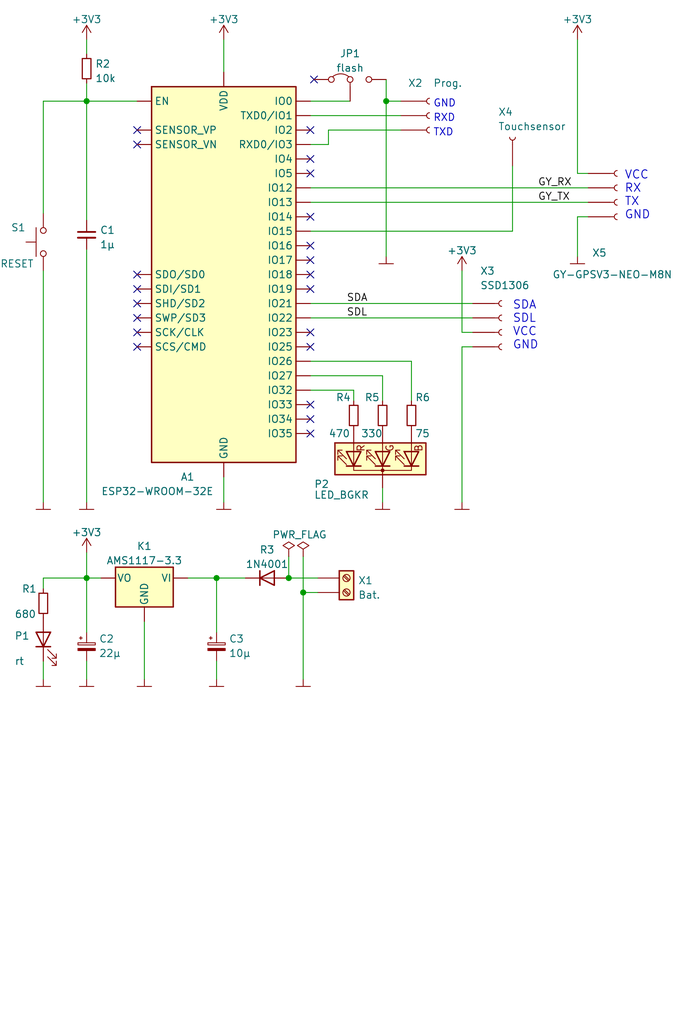
<source format=kicad_sch>
(kicad_sch (version 20211123) (generator eeschema)
  (paper "User" 119.99 180.01)
  (title_block (title "DGPS") (date "2022-10-28") (rev "0.1") (company "DM6RAC"))
  (lib_symbols
    (symbol "Conn_01x04_Female_1" (pin_numbers hide) (pin_names (offset 1.016) hide)
      (property "Reference" "J" (at 0 5.08 0))
      (property "Value" "Conn_01x04_Female_1" (at 0 -7.62 0))
      (symbol "Conn_01x04_Female_1_1_1"
        (arc (start 0 -4.572) (mid -0.508 -5.08) (end 0 -5.588) (stroke (width 0.1524)))
        (arc (start 0 -2.032) (mid -0.508 -2.54) (end 0 -3.048) (stroke (width 0.1524)))
        (polyline (pts (xy -1.27 -5.08) (xy -0.508 -5.08)) (stroke (width 0.1524)))
        (polyline (pts (xy -1.27 -2.54) (xy -0.508 -2.54)) (stroke (width 0.1524)))
        (polyline (pts (xy -1.27 0) (xy -0.508 0)) (stroke (width 0.1524)))
        (polyline (pts (xy -1.27 2.54) (xy -0.508 2.54)) (stroke (width 0.1524)))
        (arc (start 0 0.508) (mid -0.508 0) (end 0 -0.508) (stroke (width 0.1524)))
        (arc (start 0 3.048) (mid -0.508 2.54) (end 0 2.032) (stroke (width 0.1524)))
        (pin passive line (at -5.08 2.54 0) (length 3.81) (name "Pin_1") (number "1"))
        (pin passive line (at -5.08 0 0) (length 3.81) (name "Pin_2") (number "2"))
        (pin passive line (at -5.08 -2.54 0) (length 3.81) (name "Pin_3") (number "3"))
        (pin passive line (at -5.08 -5.08 0) (length 3.81) (name "Pin_4") (number "4"))
      )
    )
    (symbol "Connector:Conn_01x01_Female" (pin_numbers hide) (pin_names (offset 1.016) hide)
      (property "Reference" "J" (at 0 2.54 0))
      (property "Value" "Conn_01x01_Female" (at 0 -2.54 0))
      (symbol "Conn_01x01_Female_1_1"
        (polyline (pts (xy -1.27 0) (xy -0.508 0)) (stroke (width 0.1524)))
        (arc (start 0 0.508) (mid -0.508 0) (end 0 -0.508) (stroke (width 0.1524)))
        (pin passive line (at -5.08 0 0) (length 3.81) (name "Pin_1") (number "1"))
      )
    )
    (symbol "Connector:Conn_01x03_Female" (pin_numbers hide) (pin_names (offset 1.016) hide)
      (property "Reference" "J" (at 0 5.08 0))
      (property "Value" "Conn_01x03_Female" (at 0 -5.08 0))
      (symbol "Conn_01x03_Female_1_1"
        (arc (start 0 -2.032) (mid -0.508 -2.54) (end 0 -3.048) (stroke (width 0.1524)))
        (polyline (pts (xy -1.27 -2.54) (xy -0.508 -2.54)) (stroke (width 0.1524)))
        (polyline (pts (xy -1.27 0) (xy -0.508 0)) (stroke (width 0.1524)))
        (polyline (pts (xy -1.27 2.54) (xy -0.508 2.54)) (stroke (width 0.1524)))
        (arc (start 0 0.508) (mid -0.508 0) (end 0 -0.508) (stroke (width 0.1524)))
        (arc (start 0 3.048) (mid -0.508 2.54) (end 0 2.032) (stroke (width 0.1524)))
        (pin passive line (at -5.08 2.54 0) (length 3.81) (name "Pin_1") (number "1"))
        (pin passive line (at -5.08 0 0) (length 3.81) (name "Pin_2") (number "2"))
        (pin passive line (at -5.08 -2.54 0) (length 3.81) (name "Pin_3") (number "3"))
      )
    )
    (symbol "Connector:Conn_01x04_Female" (pin_numbers hide) (pin_names (offset 1.016) hide)
      (property "Reference" "J" (at 0 5.08 0))
      (property "Value" "Conn_01x04_Female" (at 0 -7.62 0))
      (symbol "Conn_01x04_Female_1_1"
        (arc (start 0 -4.572) (mid -0.508 -5.08) (end 0 -5.588) (stroke (width 0.1524)))
        (arc (start 0 -2.032) (mid -0.508 -2.54) (end 0 -3.048) (stroke (width 0.1524)))
        (polyline (pts (xy -1.27 -5.08) (xy -0.508 -5.08)) (stroke (width 0.1524)))
        (polyline (pts (xy -1.27 -2.54) (xy -0.508 -2.54)) (stroke (width 0.1524)))
        (polyline (pts (xy -1.27 0) (xy -0.508 0)) (stroke (width 0.1524)))
        (polyline (pts (xy -1.27 2.54) (xy -0.508 2.54)) (stroke (width 0.1524)))
        (arc (start 0 0.508) (mid -0.508 0) (end 0 -0.508) (stroke (width 0.1524)))
        (arc (start 0 3.048) (mid -0.508 2.54) (end 0 2.032) (stroke (width 0.1524)))
        (pin passive line (at -5.08 2.54 0) (length 3.81) (name "Pin_1") (number "1"))
        (pin passive line (at -5.08 0 0) (length 3.81) (name "Pin_2") (number "2"))
        (pin passive line (at -5.08 -2.54 0) (length 3.81) (name "Pin_3") (number "3"))
        (pin passive line (at -5.08 -5.08 0) (length 3.81) (name "Pin_4") (number "4"))
      )
    )
    (symbol "Connector:Screw_Terminal_01x02" (pin_numbers hide) (pin_names (offset 1.016) hide)
      (property "Reference" "J" (at 0 2.54 0))
      (property "Value" "Screw_Terminal_01x02" (at 0 -5.08 0))
      (symbol "Screw_Terminal_01x02_1_1"
        (rectangle (start -1.27 1.27) (end 1.27 -3.81) (stroke (width 0.254)) (fill (type background)))
        (circle (center 0 -2.54) (radius 0.635) (stroke (width 0.1524)))
        (polyline (pts (xy -0.5334 -2.2098) (xy 0.3302 -3.048)) (stroke (width 0.1524)))
        (polyline (pts (xy -0.5334 0.3302) (xy 0.3302 -0.508)) (stroke (width 0.1524)))
        (polyline (pts (xy -0.3556 -2.032) (xy 0.508 -2.8702)) (stroke (width 0.1524)))
        (polyline (pts (xy -0.3556 0.508) (xy 0.508 -0.3302)) (stroke (width 0.1524)))
        (circle (center 0 0) (radius 0.635) (stroke (width 0.1524)))
        (pin passive line (at -5.08 0 0) (length 3.81) (name "Pin_1") (number "1"))
        (pin passive line (at -5.08 -2.54 0) (length 3.81) (name "Pin_2") (number "2"))
      )
    )
    (symbol "Device:C_Polarized_Small" (pin_numbers hide) (pin_names (offset 0.254) hide)
      (property "Reference" "C" (at 0.254 1.778 0))
      (property "Value" "C_Polarized_Small" (at 0.254 -2.032 0))
      (symbol "C_Polarized_Small_0_1"
        (rectangle (start -1.524 -0.3048) (end 1.524 -0.6858) (fill (type outline)))
        (rectangle (start -1.524 0.6858) (end 1.524 0.3048))
        (polyline (pts (xy -1.27 1.524) (xy -0.762 1.524)))
        (polyline (pts (xy -1.016 1.27) (xy -1.016 1.778)))
      )
      (symbol "C_Polarized_Small_1_1"
        (pin passive line (at 0 2.54 270) (length 1.8542) (name "~") (number "1"))
        (pin passive line (at 0 -2.54 90) (length 1.8542) (name "~") (number "2"))
      )
    )
    (symbol "Device:C_Small" (pin_numbers hide) (pin_names (offset 0.254) hide)
      (property "Reference" "C" (at 0.254 1.778 0))
      (property "Value" "C_Small" (at 0.254 -2.032 0))
      (symbol "C_Small_0_1"
        (polyline (pts (xy -1.524 -0.508) (xy 1.524 -0.508)) (stroke (width 0.3302)))
        (polyline (pts (xy -1.524 0.508) (xy 1.524 0.508)) (stroke (width 0.3048)))
      )
      (symbol "C_Small_1_1"
        (pin passive line (at 0 2.54 270) (length 2.032) (name "~") (number "1"))
        (pin passive line (at 0 -2.54 90) (length 2.032) (name "~") (number "2"))
      )
    )
    (symbol "Device:LED" (pin_numbers hide) (pin_names (offset 1.016) hide)
      (property "Reference" "P" (at 0 2.54 0))
      (property "Value" "LED" (at 0 -2.54 0))
      (symbol "LED_0_1"
        (polyline (pts (xy -1.27 -1.27) (xy -1.27 1.27)) (stroke (width 0.254)))
        (polyline (pts (xy -1.27 0) (xy 1.27 0)))
        (polyline (pts (xy 1.27 -1.27) (xy 1.27 1.27) (xy -1.27 0) (xy 1.27 -1.27)) (stroke (width 0.254)))
        (polyline (pts (xy -3.048 -0.762) (xy -4.572 -2.286) (xy -3.81 -2.286) (xy -4.572 -2.286) (xy -4.572 -1.524)))
        (polyline (pts (xy -1.778 -0.762) (xy -3.302 -2.286) (xy -2.54 -2.286) (xy -3.302 -2.286) (xy -3.302 -1.524)))
      )
      (symbol "LED_1_1"
        (pin passive line (at -3.81 0 0) (length 2.54) (name "K") (number "1"))
        (pin passive line (at 3.81 0 180) (length 2.54) (name "A") (number "2"))
      )
    )
    (symbol "Device:LED_BGKR" (pin_numbers hide) (pin_names (offset 0) hide)
      (property "Reference" "D" (at 0 9.398 0))
      (property "Value" "LED_BGKR" (at 0 -8.89 0))
      (symbol "LED_BGKR_0_0"
        (text "B" (at 1.905 -6.35 0) (effects (font (size 1.27 1.27))))
        (text "G" (at 1.905 -1.27 0) (effects (font (size 1.27 1.27))))
        (text "R" (at 1.905 3.81 0) (effects (font (size 1.27 1.27))))
      )
      (symbol "LED_BGKR_0_1"
        (circle (center -2.032 0) (radius 0.254) (fill (type outline)))
        (polyline (pts (xy -1.27 -5.08) (xy 1.27 -5.08)))
        (polyline (pts (xy -1.27 -3.81) (xy -1.27 -6.35)) (stroke (width 0.254)))
        (polyline (pts (xy -1.27 0) (xy -2.54 0)))
        (polyline (pts (xy -1.27 1.27) (xy -1.27 -1.27)) (stroke (width 0.254)))
        (polyline (pts (xy -1.27 5.08) (xy 1.27 5.08)))
        (polyline (pts (xy -1.27 6.35) (xy -1.27 3.81)) (stroke (width 0.254)))
        (polyline (pts (xy 1.27 -5.08) (xy 2.54 -5.08)))
        (polyline (pts (xy 1.27 0) (xy -1.27 0)))
        (polyline (pts (xy 1.27 0) (xy 2.54 0)))
        (polyline (pts (xy 1.27 5.08) (xy 2.54 5.08)))
        (polyline (pts (xy -1.27 1.27) (xy -1.27 -1.27) (xy -1.27 -1.27)))
        (polyline (pts (xy -1.27 6.35) (xy -1.27 3.81) (xy -1.27 3.81)))
        (polyline (pts (xy -1.27 5.08) (xy -2.032 5.08) (xy -2.032 -5.08) (xy -1.016 -5.08)))
        (polyline (pts (xy 1.27 -3.81) (xy 1.27 -6.35) (xy -1.27 -5.08) (xy 1.27 -3.81)) (stroke (width 0.254)))
        (polyline (pts (xy 1.27 1.27) (xy 1.27 -1.27) (xy -1.27 0) (xy 1.27 1.27)) (stroke (width 0.254)))
        (polyline (pts (xy 1.27 6.35) (xy 1.27 3.81) (xy -1.27 5.08) (xy 1.27 6.35)) (stroke (width 0.254)))
        (polyline (pts (xy -1.016 -3.81) (xy 0.508 -2.286) (xy -0.254 -2.286) (xy 0.508 -2.286) (xy 0.508 -3.048)))
        (polyline (pts (xy -1.016 1.27) (xy 0.508 2.794) (xy -0.254 2.794) (xy 0.508 2.794) (xy 0.508 2.032)))
        (polyline (pts (xy -1.016 6.35) (xy 0.508 7.874) (xy -0.254 7.874) (xy 0.508 7.874) (xy 0.508 7.112)))
        (polyline (pts (xy 0 -3.81) (xy 1.524 -2.286) (xy 0.762 -2.286) (xy 1.524 -2.286) (xy 1.524 -3.048)))
        (polyline (pts (xy 0 1.27) (xy 1.524 2.794) (xy 0.762 2.794) (xy 1.524 2.794) (xy 1.524 2.032)))
        (polyline (pts (xy 0 6.35) (xy 1.524 7.874) (xy 0.762 7.874) (xy 1.524 7.874) (xy 1.524 7.112)))
        (rectangle (start 1.27 -1.27) (end 1.27 1.27))
        (rectangle (start 1.27 1.27) (end 1.27 1.27))
        (rectangle (start 1.27 3.81) (end 1.27 6.35))
        (rectangle (start 1.27 6.35) (end 1.27 6.35))
        (rectangle (start 2.794 8.382) (end -2.794 -7.62) (stroke (width 0.254)) (fill (type background)))
      )
      (symbol "LED_BGKR_1_1"
        (pin passive line (at 5.08 -5.08 180) (length 2.54) (name "BA") (number "1"))
        (pin passive line (at 5.08 0 180) (length 2.54) (name "GA") (number "2"))
        (pin passive line (at -5.08 0 0) (length 2.54) (name "K") (number "3"))
        (pin passive line (at 5.08 5.08 180) (length 2.54) (name "RA") (number "4"))
      )
    )
    (symbol "Device:R_Small" (pin_numbers hide) (pin_names (offset 0.254) hide)
      (property "Reference" "R" (at -2.54 1.143 0))
      (property "Value" "R_Small" (at 0.762 -1.016 0))
      (symbol "R_Small_0_1"
        (rectangle (start -0.762 1.778) (end 0.762 -1.778) (stroke (width 0.2032)))
      )
      (symbol "R_Small_1_1"
        (pin passive line (at 0 2.54 270) (length 0.762) (name "~") (number "1"))
        (pin passive line (at 0 -2.54 90) (length 0.762) (name "~") (number "2"))
      )
    )
    (symbol "Diode:1N4001" (pin_numbers hide) (pin_names (offset 1.016) hide)
      (property "Reference" "D" (at 0 2.54 0))
      (property "Value" "1N4001" (at 0 -2.54 0))
      (symbol "1N4001_0_1"
        (polyline (pts (xy -1.27 1.27) (xy -1.27 -1.27)) (stroke (width 0.254)))
        (polyline (pts (xy 1.27 0) (xy -1.27 0)))
        (polyline (pts (xy 1.27 1.27) (xy 1.27 -1.27) (xy -1.27 0) (xy 1.27 1.27)) (stroke (width 0.254)))
      )
      (symbol "1N4001_1_1"
        (pin passive line (at -3.81 0 0) (length 2.54) (name "K") (number "1"))
        (pin passive line (at 3.81 0 180) (length 2.54) (name "A") (number "2"))
      )
    )
    (symbol "Jumper:Jumper_3_Bridged12" (pin_numbers hide) (pin_names (offset 0) hide)
      (property "Reference" "JP" (at -2.54 -2.54 0))
      (property "Value" "Jumper_3_Bridged12" (at 0 2.794 0))
      (symbol "Jumper_3_Bridged12_0_0"
        (circle (center -3.302 0) (radius 0.508))
        (circle (center 0 0) (radius 0.508))
        (circle (center 3.302 0) (radius 0.508))
      )
      (symbol "Jumper_3_Bridged12_0_1"
        (arc (start -0.254 0.508) (mid -1.651 0.9912) (end -3.048 0.508))
        (polyline (pts (xy 0 -1.27) (xy 0 -0.508)))
      )
      (symbol "Jumper_3_Bridged12_1_1"
        (pin passive line (at -6.35 0 0) (length 2.54) (name "A") (number "1"))
        (pin passive line (at 0 -3.81 90) (length 2.54) (name "C") (number "2"))
        (pin passive line (at 6.35 0 180) (length 2.54) (name "B") (number "3"))
      )
    )
    (symbol "RF_Module:ESP32-WROOM-32" (pin_numbers hide)
      (property "Reference" "U" (at -12.7 34.29 0))
      (property "Value" "ESP32-WROOM-32" (at 1.27 34.29 0))
      (symbol "ESP32-WROOM-32_0_1"
        (rectangle (start -12.7 33.02) (end 12.7 -33.02) (stroke (width 0.254)) (fill (type background)))
      )
      (symbol "ESP32-WROOM-32_1_1"
        (pin power_in line (at 0 -35.56 90) (length 2.54) (name "GND") (number "1"))
        (pin bidirectional line (at 15.24 -12.7 180) (length 2.54) (name "IO25") (number "10"))
        (pin bidirectional line (at 15.24 -15.24 180) (length 2.54) (name "IO26") (number "11"))
        (pin bidirectional line (at 15.24 -17.78 180) (length 2.54) (name "IO27") (number "12"))
        (pin bidirectional line (at 15.24 10.16 180) (length 2.54) (name "IO14") (number "13"))
        (pin bidirectional line (at 15.24 15.24 180) (length 2.54) (name "IO12") (number "14"))
        (pin passive line (at 0 -35.56 90) (length 2.54) hide (name "GND") (number "15"))
        (pin bidirectional line (at 15.24 12.7 180) (length 2.54) (name "IO13") (number "16"))
        (pin bidirectional line (at -15.24 -5.08 0) (length 2.54) (name "SHD/SD2") (number "17"))
        (pin bidirectional line (at -15.24 -7.62 0) (length 2.54) (name "SWP/SD3") (number "18"))
        (pin bidirectional line (at -15.24 -12.7 0) (length 2.54) (name "SCS/CMD") (number "19"))
        (pin power_in line (at 0 35.56 270) (length 2.54) (name "VDD") (number "2"))
        (pin bidirectional line (at -15.24 -10.16 0) (length 2.54) (name "SCK/CLK") (number "20"))
        (pin bidirectional line (at -15.24 0 0) (length 2.54) (name "SDO/SD0") (number "21"))
        (pin bidirectional line (at -15.24 -2.54 0) (length 2.54) (name "SDI/SD1") (number "22"))
        (pin bidirectional line (at 15.24 7.62 180) (length 2.54) (name "IO15") (number "23"))
        (pin bidirectional line (at 15.24 25.4 180) (length 2.54) (name "IO2") (number "24"))
        (pin bidirectional line (at 15.24 30.48 180) (length 2.54) (name "IO0") (number "25"))
        (pin bidirectional line (at 15.24 20.32 180) (length 2.54) (name "IO4") (number "26"))
        (pin bidirectional line (at 15.24 5.08 180) (length 2.54) (name "IO16") (number "27"))
        (pin bidirectional line (at 15.24 2.54 180) (length 2.54) (name "IO17") (number "28"))
        (pin bidirectional line (at 15.24 17.78 180) (length 2.54) (name "IO5") (number "29"))
        (pin input line (at -15.24 30.48 0) (length 2.54) (name "EN") (number "3"))
        (pin bidirectional line (at 15.24 0 180) (length 2.54) (name "IO18") (number "30"))
        (pin bidirectional line (at 15.24 -2.54 180) (length 2.54) (name "IO19") (number "31"))
        (pin no_connect line (at -12.7 -27.94 0) (length 2.54) hide (name "NC") (number "32"))
        (pin bidirectional line (at 15.24 -5.08 180) (length 2.54) (name "IO21") (number "33"))
        (pin bidirectional line (at 15.24 22.86 180) (length 2.54) (name "RXD0/IO3") (number "34"))
        (pin bidirectional line (at 15.24 27.94 180) (length 2.54) (name "TXD0/IO1") (number "35"))
        (pin bidirectional line (at 15.24 -7.62 180) (length 2.54) (name "IO22") (number "36"))
        (pin bidirectional line (at 15.24 -10.16 180) (length 2.54) (name "IO23") (number "37"))
        (pin passive line (at 0 -35.56 90) (length 2.54) hide (name "GND") (number "38"))
        (pin passive line (at 0 -35.56 90) (length 2.54) hide (name "GND") (number "39"))
        (pin input line (at -15.24 25.4 0) (length 2.54) (name "SENSOR_VP") (number "4"))
        (pin input line (at -15.24 22.86 0) (length 2.54) (name "SENSOR_VN") (number "5"))
        (pin input line (at 15.24 -25.4 180) (length 2.54) (name "IO34") (number "6"))
        (pin input line (at 15.24 -27.94 180) (length 2.54) (name "IO35") (number "7"))
        (pin bidirectional line (at 15.24 -20.32 180) (length 2.54) (name "IO32") (number "8"))
        (pin bidirectional line (at 15.24 -22.86 180) (length 2.54) (name "IO33") (number "9"))
      )
    )
    (symbol "Regulator_Linear:AMS1117-3.3" (pin_numbers hide) (pin_names (offset 0.254))
      (property "Reference" "U" (at -3.81 3.175 0))
      (property "Value" "AMS1117-3.3" (at 0 3.175 0))
      (symbol "AMS1117-3.3_0_1"
        (rectangle (start -5.08 -5.08) (end 5.08 1.905) (stroke (width 0.254)) (fill (type background)))
      )
      (symbol "AMS1117-3.3_1_1"
        (pin power_in line (at 0 -7.62 90) (length 2.54) (name "GND") (number "1"))
        (pin power_out line (at 7.62 0 180) (length 2.54) (name "VO") (number "2"))
        (pin power_in line (at -7.62 0 0) (length 2.54) (name "VI") (number "3"))
      )
    )
    (symbol "Switch:SW_Push" (pin_numbers hide) (pin_names (offset 1.016) hide)
      (property "Reference" "SW" (at 1.27 2.54 0))
      (property "Value" "SW_Push" (at 0 -1.524 0))
      (symbol "SW_Push_0_1"
        (circle (center -2.032 0) (radius 0.508))
        (polyline (pts (xy 0 1.27) (xy 0 3.048)))
        (polyline (pts (xy 2.54 1.27) (xy -2.54 1.27)))
        (circle (center 2.032 0) (radius 0.508))
        (pin passive line (at -5.08 0 0) (length 2.54) (name "1") (number "1"))
        (pin passive line (at 5.08 0 180) (length 2.54) (name "2") (number "2"))
      )
    )
    (symbol "power:+3V3" (power) (pin_names (offset 0))
      (property "Value" "+3V3" (at 0 3.556 0))
      (symbol "+3V3_0_1"
        (polyline (pts (xy -0.762 1.27) (xy 0 2.54)))
        (polyline (pts (xy 0 0) (xy 0 2.54)))
        (polyline (pts (xy 0 2.54) (xy 0.762 1.27)))
      )
      (symbol "+3V3_1_1"
        (pin power_in line (at 0 0 90) (length 0) hide (name "+3V3") (number "1"))
      )
    )
    (symbol "power:GND" (power) (pin_names (offset 0))
      (symbol "GND_0_1"
        (polyline (pts (xy 0 0) (xy 0 -1.27) (xy 1.27 -1.27) (xy -1.27 -1.27) (xy 0 -1.27)))
      )
      (symbol "GND_1_1"
        (pin power_in line (at 0 0 270) (length 0) hide (name "GND") (number "1"))
      )
    )
    (symbol "power:PWR_FLAG" (power) (pin_numbers hide) (pin_names (offset 0) hide)
      (property "Value" "PWR_FLAG" (at 0 3.81 0))
      (symbol "PWR_FLAG_0_0"
        (pin power_out line (at 0 0 90) (length 0) (name "pwr") (number "1"))
      )
      (symbol "PWR_FLAG_0_1"
        (polyline (pts (xy 0 0) (xy 0 1.27) (xy -1.016 1.905) (xy 0 2.54) (xy 1.016 1.905) (xy 0 1.27)))
      )
    )
  )
  (junction (at 38.1 101.6))
  (junction (at 67.945 17.78))
  (junction (at 15.24 101.6))
  (junction (at 53.34 104.14))
  (junction (at 50.8 101.6))
  (junction (at 15.24 17.78))
  (no_connect (at 54.61 73.66))
  (no_connect (at 24.13 22.86))
  (no_connect (at 24.13 25.4))
  (no_connect (at 24.13 48.26))
  (no_connect (at 24.13 50.8))
  (no_connect (at 24.13 53.34))
  (no_connect (at 24.13 55.88))
  (no_connect (at 24.13 58.42))
  (no_connect (at 24.13 60.96))
  (no_connect (at 54.61 27.94))
  (no_connect (at 54.61 22.86))
  (no_connect (at 55.245 13.97))
  (no_connect (at 54.61 30.48))
  (no_connect (at 54.61 38.1))
  (no_connect (at 54.61 43.18))
  (no_connect (at 54.61 45.72))
  (no_connect (at 54.61 48.26))
  (no_connect (at 54.61 50.8))
  (no_connect (at 54.61 58.42))
  (no_connect (at 54.61 60.96))
  (no_connect (at 54.61 71.12))
  (no_connect (at 54.61 76.2))
  (wire (pts (xy 7.62 47.625) (xy 7.62 88.265)))
  (wire (pts (xy 72.39 63.5) (xy 72.39 70.485)))
  (wire (pts (xy 25.4 109.22) (xy 25.4 119.38)))
  (wire (pts (xy 53.34 104.14) (xy 53.34 119.38)))
  (wire (pts (xy 15.24 43.815) (xy 15.24 88.265)))
  (wire (pts (xy 38.1 101.6) (xy 38.1 111.125)))
  (wire (pts (xy 70.485 22.86) (xy 57.785 22.86)))
  (wire (pts (xy 101.6 6.985) (xy 101.6 30.48)))
  (wire (pts (xy 54.61 33.02) (xy 103.505 33.02)))
  (wire (pts (xy 7.62 101.6) (xy 15.24 101.6)))
  (wire (pts (xy 81.28 88.265) (xy 81.28 60.96)))
  (wire (pts (xy 101.6 45.085) (xy 101.6 38.1)))
  (wire (pts (xy 81.28 60.96) (xy 83.185 60.96)))
  (wire (pts (xy 54.61 20.32) (xy 70.485 20.32)))
  (wire (pts (xy 54.61 66.04) (xy 67.31 66.04)))
  (wire (pts (xy 15.24 17.78) (xy 24.13 17.78)))
  (wire (pts (xy 101.6 30.48) (xy 103.505 30.48)))
  (wire (pts (xy 15.24 116.205) (xy 15.24 119.38)))
  (wire (pts (xy 15.24 38.735) (xy 15.24 17.78)))
  (wire (pts (xy 53.34 104.14) (xy 55.88 104.14)))
  (wire (pts (xy 54.61 55.88) (xy 83.185 55.88)))
  (wire (pts (xy 67.945 13.97) (xy 67.945 17.78)))
  (wire (pts (xy 54.61 68.58) (xy 62.23 68.58)))
  (wire (pts (xy 90.17 29.21) (xy 90.17 40.64)))
  (wire (pts (xy 33.02 101.6) (xy 38.1 101.6)))
  (wire (pts (xy 57.785 25.4) (xy 54.61 25.4)))
  (wire (pts (xy 15.24 101.6) (xy 15.24 111.125)))
  (wire (pts (xy 15.24 6.985) (xy 15.24 9.525)))
  (wire (pts (xy 53.34 97.79) (xy 53.34 104.14)))
  (wire (pts (xy 54.61 40.64) (xy 90.17 40.64)))
  (wire (pts (xy 57.785 22.86) (xy 57.785 25.4)))
  (wire (pts (xy 7.62 116.205) (xy 7.62 119.38)))
  (wire (pts (xy 54.61 63.5) (xy 72.39 63.5)))
  (wire (pts (xy 15.24 14.605) (xy 15.24 17.78)))
  (wire (pts (xy 15.24 97.155) (xy 15.24 101.6)))
  (wire (pts (xy 67.945 17.78) (xy 67.945 45.085)))
  (wire (pts (xy 67.31 66.04) (xy 67.31 70.485)))
  (wire (pts (xy 39.37 83.82) (xy 39.37 88.265)))
  (wire (pts (xy 50.8 101.6) (xy 55.88 101.6)))
  (wire (pts (xy 81.28 58.42) (xy 83.185 58.42)))
  (wire (pts (xy 7.62 103.505) (xy 7.62 101.6)))
  (wire (pts (xy 54.61 17.78) (xy 61.595 17.78)))
  (wire (pts (xy 81.28 47.625) (xy 81.28 58.42)))
  (wire (pts (xy 54.61 53.34) (xy 83.185 53.34)))
  (wire (pts (xy 62.23 68.58) (xy 62.23 70.485)))
  (wire (pts (xy 70.485 17.78) (xy 67.945 17.78)))
  (wire (pts (xy 50.8 97.79) (xy 50.8 101.6)))
  (wire (pts (xy 7.62 17.78) (xy 15.24 17.78)))
  (wire (pts (xy 101.6 38.1) (xy 103.505 38.1)))
  (wire (pts (xy 38.1 101.6) (xy 43.18 101.6)))
  (wire (pts (xy 7.62 17.78) (xy 7.62 37.465)))
  (wire (pts (xy 39.37 6.985) (xy 39.37 12.7)))
  (wire (pts (xy 54.61 35.56) (xy 103.505 35.56)))
  (wire (pts (xy 38.1 116.205) (xy 38.1 119.38)))
  (wire (pts (xy 15.24 101.6) (xy 17.78 101.6)))
  (wire (pts (xy 67.31 85.725) (xy 67.31 88.265)))
  (text "GND" (at 76.2 19.05 0) (effects (font (size 1.27 1.27)) (justify left bottom)))
  (text "RXD" (at 76.2 21.59 0) (effects (font (size 1.27 1.27)) (justify left bottom)))
  (text "SDA\nSDL\nVCC\nGND" (at 90.17 61.595 0) (effects (font (size 1.45 1.45)) (justify left bottom)))
  (text "TXD" (at 76.2 24.13 0) (effects (font (size 1.27 1.27)) (justify left bottom)))
  (text "VCC\nRX\nTX\nGND" (at 109.855 38.735 0) (effects (font (size 1.45 1.45)) (justify left bottom)))
  (label "SDA" (at 60.96 53.34 0))
  (label "SDL" (at 60.96 55.88 0))
  (label "GY_TX" (at 94.615 35.56 0))
  (label "GY_RX" (at 94.615 33.02 0))
  (symbol (lib_id "power:GND") (at 38.1 119.38 0) (unit 1)
    (property "Reference" "#PWR08" (effects hide))
    (property "Value" "GND" (effects hide))
  )
  (symbol (lib_id "Device:C_Polarized_Small") (at 15.24 113.665 0) (unit 1)
    (property "Reference" "C2" (at 17.399 112.2842 0) (effects (justify left)))
    (property "Value" "22µ" (at 17.399 114.8211 0) (effects (justify left)))
    (property "Footprint" "Capacitor_Tantalum_SMD:CP_EIA-7360-38_Kemet-E_Pad2.25x4.25mm_HandSolder" (effects hide))
  )
  (symbol (lib_id "Jumper:Jumper_3_Bridged12") (at 61.595 13.97 0) (unit 1)
    (property "Reference" "JP1" (at 61.595 9.406 0))
    (property "Value" "flash" (at 61.595 11.9429 0))
    (property "Footprint" "Connector_PinHeader_2.54mm:PinHeader_1x03_P2.54mm_Vertical" (effects hide))
  )
  (symbol (lib_name "Conn_01x04_Female_1") (lib_id "Connector:Conn_01x04_Female") (at 108.585 33.02 0) (unit 1)
    (property "Reference" "X5" (at 104.14 44.45 0) (effects (justify left)))
    (property "Value" "GY-GPSV3-NEO-M8N" (at 97.155 48.26 0) (effects (justify left)))
    (property "Footprint" "Connector_PinSocket_2.54mm:PinSocket_1x04_P2.54mm_Horizontal" (effects hide))
  )
  (symbol (lib_id "Connector:Conn_01x01_Female") (at 90.17 24.13 90) (unit 1)
    (property "Reference" "X4" (at 87.63 19.685 90) (effects (justify right)))
    (property "Value" "Touchsensor" (at 87.63 22.2219 90) (effects (justify right)))
    (property "Footprint" "Connector_PinHeader_2.54mm:PinHeader_1x01_P2.54mm_Vertical" (effects hide))
  )
  (symbol (lib_id "power:GND") (at 67.31 88.265 0) (unit 1)
    (property "Reference" "#PWR012" (effects hide))
    (property "Value" "GND" (effects hide))
  )
  (symbol (lib_id "power:+3V3") (at 15.24 97.155 0) (unit 1)
    (property "Reference" "#PWR05" (effects hide))
    (property "Value" "+3V3" (at 15.24 93.5792 0))
  )
  (symbol (lib_id "power:GND") (at 7.62 88.265 0) (unit 1)
    (property "Reference" "#PWR01" (effects hide))
    (property "Value" "GND" (effects hide))
  )
  (symbol (lib_id "Device:C_Small") (at 15.24 41.275 0) (unit 1)
    (property "Reference" "C1" (at 17.5641 40.4466 0) (effects (justify left)))
    (property "Value" "1µ" (at 17.5641 42.9835 0) (effects (justify left)))
    (property "Footprint" "Capacitor_SMD:C_1206_3216Metric_Pad1.33x1.80mm_HandSolder" (effects hide))
  )
  (symbol (lib_id "Device:LED_BGKR") (at 67.31 80.645 90) (unit 1)
    (property "Reference" "P2" (at 55.245 85.09 90) (effects (justify right)))
    (property "Value" "LED_BGKR" (at 55.245 86.995 90) (effects (justify right)))
    (property "Footprint" "LED_THT:LED_D5.0mm-4_RGB" (effects hide))
  )
  (symbol (lib_id "power:+3V3") (at 81.28 47.625 0) (unit 1)
    (property "Reference" "#PWR014" (effects hide))
    (property "Value" "+3V3" (at 81.28 44.0492 0))
  )
  (symbol (lib_id "power:PWR_FLAG") (at 50.8 97.79 0) (unit 1)
    (property "Reference" "#FLG01" (effects hide))
    (property "Value" "PWR_FLAG" (at 52.705 93.98 0))
  )
  (symbol (lib_id "RF_Module:ESP32-WROOM-32") (at 39.37 48.26 0) (unit 1)
    (property "Reference" "A1" (at 31.75 83.82 0) (effects (justify left)))
    (property "Value" "ESP32-WROOM-32E" (at 17.78 86.36 0) (effects (justify left)))
    (property "Footprint" "RF_Module:ESP32-WROOM-32" (effects hide))
    (property "Datasheet" "https://www.espressif.com/sites/default/files/documentation/esp32-wroom-32_datasheet_en.pdf" (effects hide))
  )
  (symbol (lib_id "power:GND") (at 15.24 88.265 0) (unit 1)
    (property "Reference" "#PWR04" (effects hide))
    (property "Value" "GND" (effects hide))
  )
  (symbol (lib_id "Connector:Screw_Terminal_01x02") (at 60.96 101.6 0) (unit 1)
    (property "Reference" "X1" (at 62.992 102.0353 0) (effects (justify left)))
    (property "Value" "Bat." (at 62.992 104.5722 0) (effects (justify left)))
    (property "Footprint" "TerminalBlock:TerminalBlock_bornier-2_P5.08mm" (effects hide))
  )
  (symbol (lib_id "power:+3V3") (at 15.24 6.985 0) (unit 1)
    (property "Reference" "#PWR03" (effects hide))
    (property "Value" "+3V3" (at 15.24 3.4092 0))
  )
  (symbol (lib_id "power:+3V3") (at 101.6 6.985 0) (unit 1)
    (property "Reference" "#PWR016" (effects hide))
    (property "Value" "+3V3" (at 101.6 3.4092 0))
  )
  (symbol (lib_id "power:GND") (at 25.4 119.38 0) (unit 1)
    (property "Reference" "#PWR07" (effects hide))
    (property "Value" "GND" (effects hide))
  )
  (symbol (lib_id "power:GND") (at 81.28 88.265 0) (unit 1)
    (property "Reference" "#PWR015" (effects hide))
    (property "Value" "GND" (effects hide))
  )
  (symbol (lib_id "Device:R_Small") (at 7.62 106.045 0) (unit 1)
    (property "Reference" "R1" (at 3.81 103.505 0) (effects (justify left)))
    (property "Value" "680" (at 2.54 107.95 0) (effects (justify left)))
    (property "Footprint" "Resistor_SMD:R_1206_3216Metric_Pad1.30x1.75mm_HandSolder" (effects hide))
  )
  (symbol (lib_id "Device:C_Polarized_Small") (at 38.1 113.665 0) (unit 1)
    (property "Reference" "C3" (at 40.259 112.2842 0) (effects (justify left)))
    (property "Value" "10µ" (at 40.259 114.8211 0) (effects (justify left)))
    (property "Footprint" "Capacitor_Tantalum_SMD:CP_EIA-7360-38_Kemet-E_Pad2.25x4.25mm_HandSolder" (effects hide))
  )
  (symbol (lib_id "power:GND") (at 53.34 119.38 0) (unit 1)
    (property "Reference" "#PWR011" (effects hide))
    (property "Value" "GND" (effects hide))
  )
  (symbol (lib_id "Device:R_Small") (at 72.39 73.025 0) (unit 1)
    (property "Reference" "R6" (at 73.025 69.85 0) (effects (justify left)))
    (property "Value" "75" (at 73.025 76.2 0) (effects (justify left)))
    (property "Footprint" "Resistor_SMD:R_1206_3216Metric_Pad1.30x1.75mm_HandSolder" (effects hide))
  )
  (symbol (lib_id "power:GND") (at 101.6 45.085 0) (unit 1)
    (property "Reference" "#PWR017" (effects hide))
    (property "Value" "GND" (effects hide))
  )
  (symbol (lib_id "power:PWR_FLAG") (at 53.34 97.79 0) (unit 1)
    (property "Reference" "#FLG02" (effects hide))
    (property "Value" "PWR_FLAG" (effects hide))
  )
  (symbol (lib_id "power:+3V3") (at 39.37 6.985 0) (unit 1)
    (property "Reference" "#PWR09" (effects hide))
    (property "Value" "+3V3" (at 39.37 3.4092 0))
  )
  (symbol (lib_id "power:GND") (at 7.62 119.38 0) (unit 1)
    (property "Reference" "#PWR02" (effects hide))
    (property "Value" "GND" (effects hide))
  )
  (symbol (lib_id "Device:R_Small") (at 67.31 73.025 0) (unit 1)
    (property "Reference" "R5" (at 64.135 69.85 0) (effects (justify left)))
    (property "Value" "330" (at 63.5 76.2 0) (effects (justify left)))
    (property "Footprint" "Resistor_SMD:R_1206_3216Metric_Pad1.30x1.75mm_HandSolder" (effects hide))
  )
  (symbol (lib_id "power:GND") (at 39.37 88.265 0) (unit 1)
    (property "Reference" "#PWR010" (effects hide))
    (property "Value" "GND" (effects hide))
  )
  (symbol (lib_id "power:GND") (at 67.945 45.085 0) (unit 1)
    (property "Reference" "#PWR013" (effects hide))
    (property "Value" "GND" (effects hide))
  )
  (symbol (lib_id "Connector:Conn_01x04_Female") (at 88.265 55.88 0) (unit 1)
    (property "Reference" "X3" (at 84.455 47.6281 0) (effects (justify left)))
    (property "Value" "SSD1306" (at 84.455 50.165 0) (effects (justify left)))
    (property "Footprint" "Connector_PinSocket_2.54mm:PinSocket_1x04_P2.54mm_Vertical" (effects hide))
  )
  (symbol (lib_id "Connector:Conn_01x03_Female") (at 75.565 20.32 0) (unit 1)
    (property "Reference" "X2" (at 71.755 14.605 0) (effects (justify left)))
    (property "Value" "Prog." (at 76.2 14.605 0) (effects (justify left)))
    (property "Footprint" "Connector_PinSocket_2.54mm:PinSocket_1x03_P2.54mm_Vertical" (effects hide))
  )
  (symbol (lib_id "power:GND") (at 15.24 119.38 0) (unit 1)
    (property "Reference" "#PWR06" (effects hide))
    (property "Value" "GND" (effects hide))
  )
  (symbol (lib_id "Device:R_Small") (at 15.24 12.065 0) (unit 1)
    (property "Reference" "R2" (at 16.7386 11.2303 0) (effects (justify left)))
    (property "Value" "10k" (at 16.7386 13.7672 0) (effects (justify left)))
    (property "Footprint" "Resistor_SMD:R_1206_3216Metric_Pad1.30x1.75mm_HandSolder" (effects hide))
  )
  (symbol (lib_id "Regulator_Linear:AMS1117-3.3") (at 25.4 101.6 0) (mirror y) (unit 1)
    (property "Reference" "K1" (at 25.4 95.9952 0))
    (property "Value" "AMS1117-3.3" (at 25.4 98.5321 0))
    (property "Footprint" "Package_TO_SOT_SMD:SOT-223-3_TabPin2" (effects hide))
    (property "Datasheet" "http://www.advanced-monolithic.com/pdf/ds1117.pdf" (effects hide))
  )
  (symbol (lib_id "Switch:SW_Push") (at 7.62 42.545 90) (unit 1)
    (property "Reference" "S1" (at 1.905 40.005 90) (effects (justify right)))
    (property "Value" "RESET" (at 0 46.355 90) (effects (justify right)))
    (property "Footprint" "Button_Switch_THT:SW_TH_Tactile_Omron_B3F-10xx" (effects hide))
  )
  (symbol (lib_id "Device:R_Small") (at 62.23 73.025 0) (unit 1)
    (property "Reference" "R4" (at 59.055 69.85 0) (effects (justify left)))
    (property "Value" "470" (at 57.785 76.2 0) (effects (justify left)))
    (property "Footprint" "Resistor_SMD:R_1206_3216Metric_Pad1.30x1.75mm_HandSolder" (effects hide))
  )
  (symbol (lib_id "Device:LED") (at 7.62 112.395 90) (unit 1)
    (property "Reference" "P1" (at 2.54 111.76 90) (effects (justify right)))
    (property "Value" "rt" (at 2.54 116.205 90) (effects (justify right)))
    (property "Footprint" "LED_THT:LED_D3.0mm" (effects hide))
  )
  (symbol (lib_id "Diode:1N4001") (at 46.99 101.6 0) (unit 1)
    (property "Reference" "R3" (at 46.99 96.6302 0))
    (property "Value" "1N4001" (at 46.99 99.1671 0))
    (property "Footprint" "Diode_THT:D_DO-41_SOD81_P10.16mm_Horizontal" (effects hide))
    (property "Datasheet" "http://www.vishay.com/docs/88503/1n4001.pdf" (effects hide))
  )
)
</source>
